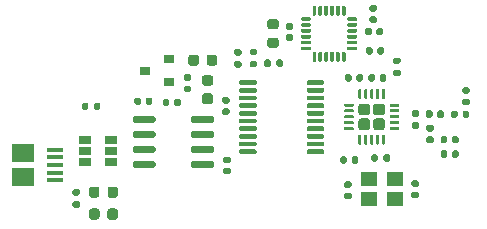
<source format=gbr>
%TF.GenerationSoftware,KiCad,Pcbnew,(5.1.10)-1*%
%TF.CreationDate,2021-07-16T14:20:34-05:00*%
%TF.ProjectId,transmisor,7472616e-736d-4697-936f-722e6b696361,rev?*%
%TF.SameCoordinates,Original*%
%TF.FileFunction,Paste,Top*%
%TF.FilePolarity,Positive*%
%FSLAX46Y46*%
G04 Gerber Fmt 4.6, Leading zero omitted, Abs format (unit mm)*
G04 Created by KiCad (PCBNEW (5.1.10)-1) date 2021-07-16 14:20:34*
%MOMM*%
%LPD*%
G01*
G04 APERTURE LIST*
%ADD10R,1.900000X1.500000*%
%ADD11R,1.350000X0.400000*%
%ADD12R,1.060000X0.650000*%
%ADD13R,0.900000X0.800000*%
%ADD14R,1.400000X1.200000*%
G04 APERTURE END LIST*
%TO.C,C21*%
G36*
G01*
X104503400Y-74977600D02*
X104843400Y-74977600D01*
G75*
G02*
X104983400Y-75117600I0J-140000D01*
G01*
X104983400Y-75397600D01*
G75*
G02*
X104843400Y-75537600I-140000J0D01*
G01*
X104503400Y-75537600D01*
G75*
G02*
X104363400Y-75397600I0J140000D01*
G01*
X104363400Y-75117600D01*
G75*
G02*
X104503400Y-74977600I140000J0D01*
G01*
G37*
G36*
G01*
X104503400Y-74017600D02*
X104843400Y-74017600D01*
G75*
G02*
X104983400Y-74157600I0J-140000D01*
G01*
X104983400Y-74437600D01*
G75*
G02*
X104843400Y-74577600I-140000J0D01*
G01*
X104503400Y-74577600D01*
G75*
G02*
X104363400Y-74437600I0J140000D01*
G01*
X104363400Y-74157600D01*
G75*
G02*
X104503400Y-74017600I140000J0D01*
G01*
G37*
%TD*%
%TO.C,D2*%
G36*
G01*
X108303350Y-63951700D02*
X108815850Y-63951700D01*
G75*
G02*
X109034600Y-64170450I0J-218750D01*
G01*
X109034600Y-64607950D01*
G75*
G02*
X108815850Y-64826700I-218750J0D01*
G01*
X108303350Y-64826700D01*
G75*
G02*
X108084600Y-64607950I0J218750D01*
G01*
X108084600Y-64170450D01*
G75*
G02*
X108303350Y-63951700I218750J0D01*
G01*
G37*
G36*
G01*
X108303350Y-62376700D02*
X108815850Y-62376700D01*
G75*
G02*
X109034600Y-62595450I0J-218750D01*
G01*
X109034600Y-63032950D01*
G75*
G02*
X108815850Y-63251700I-218750J0D01*
G01*
X108303350Y-63251700D01*
G75*
G02*
X108084600Y-63032950I0J218750D01*
G01*
X108084600Y-62595450D01*
G75*
G02*
X108303350Y-62376700I218750J0D01*
G01*
G37*
%TD*%
%TO.C,D1*%
G36*
G01*
X94558600Y-77294450D02*
X94558600Y-76781950D01*
G75*
G02*
X94777350Y-76563200I218750J0D01*
G01*
X95214850Y-76563200D01*
G75*
G02*
X95433600Y-76781950I0J-218750D01*
G01*
X95433600Y-77294450D01*
G75*
G02*
X95214850Y-77513200I-218750J0D01*
G01*
X94777350Y-77513200D01*
G75*
G02*
X94558600Y-77294450I0J218750D01*
G01*
G37*
G36*
G01*
X92983600Y-77294450D02*
X92983600Y-76781950D01*
G75*
G02*
X93202350Y-76563200I218750J0D01*
G01*
X93639850Y-76563200D01*
G75*
G02*
X93858600Y-76781950I0J-218750D01*
G01*
X93858600Y-77294450D01*
G75*
G02*
X93639850Y-77513200I-218750J0D01*
G01*
X93202350Y-77513200D01*
G75*
G02*
X92983600Y-77294450I0J218750D01*
G01*
G37*
%TD*%
%TO.C,U6*%
G36*
G01*
X111784400Y-64802000D02*
X111784400Y-64952000D01*
G75*
G02*
X111709400Y-65027000I-75000J0D01*
G01*
X111009400Y-65027000D01*
G75*
G02*
X110934400Y-64952000I0J75000D01*
G01*
X110934400Y-64802000D01*
G75*
G02*
X111009400Y-64727000I75000J0D01*
G01*
X111709400Y-64727000D01*
G75*
G02*
X111784400Y-64802000I0J-75000D01*
G01*
G37*
G36*
G01*
X111784400Y-64302000D02*
X111784400Y-64452000D01*
G75*
G02*
X111709400Y-64527000I-75000J0D01*
G01*
X111009400Y-64527000D01*
G75*
G02*
X110934400Y-64452000I0J75000D01*
G01*
X110934400Y-64302000D01*
G75*
G02*
X111009400Y-64227000I75000J0D01*
G01*
X111709400Y-64227000D01*
G75*
G02*
X111784400Y-64302000I0J-75000D01*
G01*
G37*
G36*
G01*
X111784400Y-63802000D02*
X111784400Y-63952000D01*
G75*
G02*
X111709400Y-64027000I-75000J0D01*
G01*
X111009400Y-64027000D01*
G75*
G02*
X110934400Y-63952000I0J75000D01*
G01*
X110934400Y-63802000D01*
G75*
G02*
X111009400Y-63727000I75000J0D01*
G01*
X111709400Y-63727000D01*
G75*
G02*
X111784400Y-63802000I0J-75000D01*
G01*
G37*
G36*
G01*
X111784400Y-63302000D02*
X111784400Y-63452000D01*
G75*
G02*
X111709400Y-63527000I-75000J0D01*
G01*
X111009400Y-63527000D01*
G75*
G02*
X110934400Y-63452000I0J75000D01*
G01*
X110934400Y-63302000D01*
G75*
G02*
X111009400Y-63227000I75000J0D01*
G01*
X111709400Y-63227000D01*
G75*
G02*
X111784400Y-63302000I0J-75000D01*
G01*
G37*
G36*
G01*
X111784400Y-62802000D02*
X111784400Y-62952000D01*
G75*
G02*
X111709400Y-63027000I-75000J0D01*
G01*
X111009400Y-63027000D01*
G75*
G02*
X110934400Y-62952000I0J75000D01*
G01*
X110934400Y-62802000D01*
G75*
G02*
X111009400Y-62727000I75000J0D01*
G01*
X111709400Y-62727000D01*
G75*
G02*
X111784400Y-62802000I0J-75000D01*
G01*
G37*
G36*
G01*
X111784400Y-62302000D02*
X111784400Y-62452000D01*
G75*
G02*
X111709400Y-62527000I-75000J0D01*
G01*
X111009400Y-62527000D01*
G75*
G02*
X110934400Y-62452000I0J75000D01*
G01*
X110934400Y-62302000D01*
G75*
G02*
X111009400Y-62227000I75000J0D01*
G01*
X111709400Y-62227000D01*
G75*
G02*
X111784400Y-62302000I0J-75000D01*
G01*
G37*
G36*
G01*
X112134400Y-62102000D02*
X111984400Y-62102000D01*
G75*
G02*
X111909400Y-62027000I0J75000D01*
G01*
X111909400Y-61327000D01*
G75*
G02*
X111984400Y-61252000I75000J0D01*
G01*
X112134400Y-61252000D01*
G75*
G02*
X112209400Y-61327000I0J-75000D01*
G01*
X112209400Y-62027000D01*
G75*
G02*
X112134400Y-62102000I-75000J0D01*
G01*
G37*
G36*
G01*
X112634400Y-62102000D02*
X112484400Y-62102000D01*
G75*
G02*
X112409400Y-62027000I0J75000D01*
G01*
X112409400Y-61327000D01*
G75*
G02*
X112484400Y-61252000I75000J0D01*
G01*
X112634400Y-61252000D01*
G75*
G02*
X112709400Y-61327000I0J-75000D01*
G01*
X112709400Y-62027000D01*
G75*
G02*
X112634400Y-62102000I-75000J0D01*
G01*
G37*
G36*
G01*
X113134400Y-62102000D02*
X112984400Y-62102000D01*
G75*
G02*
X112909400Y-62027000I0J75000D01*
G01*
X112909400Y-61327000D01*
G75*
G02*
X112984400Y-61252000I75000J0D01*
G01*
X113134400Y-61252000D01*
G75*
G02*
X113209400Y-61327000I0J-75000D01*
G01*
X113209400Y-62027000D01*
G75*
G02*
X113134400Y-62102000I-75000J0D01*
G01*
G37*
G36*
G01*
X113634400Y-62102000D02*
X113484400Y-62102000D01*
G75*
G02*
X113409400Y-62027000I0J75000D01*
G01*
X113409400Y-61327000D01*
G75*
G02*
X113484400Y-61252000I75000J0D01*
G01*
X113634400Y-61252000D01*
G75*
G02*
X113709400Y-61327000I0J-75000D01*
G01*
X113709400Y-62027000D01*
G75*
G02*
X113634400Y-62102000I-75000J0D01*
G01*
G37*
G36*
G01*
X114134400Y-62102000D02*
X113984400Y-62102000D01*
G75*
G02*
X113909400Y-62027000I0J75000D01*
G01*
X113909400Y-61327000D01*
G75*
G02*
X113984400Y-61252000I75000J0D01*
G01*
X114134400Y-61252000D01*
G75*
G02*
X114209400Y-61327000I0J-75000D01*
G01*
X114209400Y-62027000D01*
G75*
G02*
X114134400Y-62102000I-75000J0D01*
G01*
G37*
G36*
G01*
X114634400Y-62102000D02*
X114484400Y-62102000D01*
G75*
G02*
X114409400Y-62027000I0J75000D01*
G01*
X114409400Y-61327000D01*
G75*
G02*
X114484400Y-61252000I75000J0D01*
G01*
X114634400Y-61252000D01*
G75*
G02*
X114709400Y-61327000I0J-75000D01*
G01*
X114709400Y-62027000D01*
G75*
G02*
X114634400Y-62102000I-75000J0D01*
G01*
G37*
G36*
G01*
X115684400Y-62302000D02*
X115684400Y-62452000D01*
G75*
G02*
X115609400Y-62527000I-75000J0D01*
G01*
X114909400Y-62527000D01*
G75*
G02*
X114834400Y-62452000I0J75000D01*
G01*
X114834400Y-62302000D01*
G75*
G02*
X114909400Y-62227000I75000J0D01*
G01*
X115609400Y-62227000D01*
G75*
G02*
X115684400Y-62302000I0J-75000D01*
G01*
G37*
G36*
G01*
X115684400Y-62802000D02*
X115684400Y-62952000D01*
G75*
G02*
X115609400Y-63027000I-75000J0D01*
G01*
X114909400Y-63027000D01*
G75*
G02*
X114834400Y-62952000I0J75000D01*
G01*
X114834400Y-62802000D01*
G75*
G02*
X114909400Y-62727000I75000J0D01*
G01*
X115609400Y-62727000D01*
G75*
G02*
X115684400Y-62802000I0J-75000D01*
G01*
G37*
G36*
G01*
X115684400Y-63302000D02*
X115684400Y-63452000D01*
G75*
G02*
X115609400Y-63527000I-75000J0D01*
G01*
X114909400Y-63527000D01*
G75*
G02*
X114834400Y-63452000I0J75000D01*
G01*
X114834400Y-63302000D01*
G75*
G02*
X114909400Y-63227000I75000J0D01*
G01*
X115609400Y-63227000D01*
G75*
G02*
X115684400Y-63302000I0J-75000D01*
G01*
G37*
G36*
G01*
X115684400Y-63802000D02*
X115684400Y-63952000D01*
G75*
G02*
X115609400Y-64027000I-75000J0D01*
G01*
X114909400Y-64027000D01*
G75*
G02*
X114834400Y-63952000I0J75000D01*
G01*
X114834400Y-63802000D01*
G75*
G02*
X114909400Y-63727000I75000J0D01*
G01*
X115609400Y-63727000D01*
G75*
G02*
X115684400Y-63802000I0J-75000D01*
G01*
G37*
G36*
G01*
X115684400Y-64302000D02*
X115684400Y-64452000D01*
G75*
G02*
X115609400Y-64527000I-75000J0D01*
G01*
X114909400Y-64527000D01*
G75*
G02*
X114834400Y-64452000I0J75000D01*
G01*
X114834400Y-64302000D01*
G75*
G02*
X114909400Y-64227000I75000J0D01*
G01*
X115609400Y-64227000D01*
G75*
G02*
X115684400Y-64302000I0J-75000D01*
G01*
G37*
G36*
G01*
X115684400Y-64802000D02*
X115684400Y-64952000D01*
G75*
G02*
X115609400Y-65027000I-75000J0D01*
G01*
X114909400Y-65027000D01*
G75*
G02*
X114834400Y-64952000I0J75000D01*
G01*
X114834400Y-64802000D01*
G75*
G02*
X114909400Y-64727000I75000J0D01*
G01*
X115609400Y-64727000D01*
G75*
G02*
X115684400Y-64802000I0J-75000D01*
G01*
G37*
G36*
G01*
X114634400Y-66002000D02*
X114484400Y-66002000D01*
G75*
G02*
X114409400Y-65927000I0J75000D01*
G01*
X114409400Y-65227000D01*
G75*
G02*
X114484400Y-65152000I75000J0D01*
G01*
X114634400Y-65152000D01*
G75*
G02*
X114709400Y-65227000I0J-75000D01*
G01*
X114709400Y-65927000D01*
G75*
G02*
X114634400Y-66002000I-75000J0D01*
G01*
G37*
G36*
G01*
X114134400Y-66002000D02*
X113984400Y-66002000D01*
G75*
G02*
X113909400Y-65927000I0J75000D01*
G01*
X113909400Y-65227000D01*
G75*
G02*
X113984400Y-65152000I75000J0D01*
G01*
X114134400Y-65152000D01*
G75*
G02*
X114209400Y-65227000I0J-75000D01*
G01*
X114209400Y-65927000D01*
G75*
G02*
X114134400Y-66002000I-75000J0D01*
G01*
G37*
G36*
G01*
X113634400Y-66002000D02*
X113484400Y-66002000D01*
G75*
G02*
X113409400Y-65927000I0J75000D01*
G01*
X113409400Y-65227000D01*
G75*
G02*
X113484400Y-65152000I75000J0D01*
G01*
X113634400Y-65152000D01*
G75*
G02*
X113709400Y-65227000I0J-75000D01*
G01*
X113709400Y-65927000D01*
G75*
G02*
X113634400Y-66002000I-75000J0D01*
G01*
G37*
G36*
G01*
X113134400Y-66002000D02*
X112984400Y-66002000D01*
G75*
G02*
X112909400Y-65927000I0J75000D01*
G01*
X112909400Y-65227000D01*
G75*
G02*
X112984400Y-65152000I75000J0D01*
G01*
X113134400Y-65152000D01*
G75*
G02*
X113209400Y-65227000I0J-75000D01*
G01*
X113209400Y-65927000D01*
G75*
G02*
X113134400Y-66002000I-75000J0D01*
G01*
G37*
G36*
G01*
X112634400Y-66002000D02*
X112484400Y-66002000D01*
G75*
G02*
X112409400Y-65927000I0J75000D01*
G01*
X112409400Y-65227000D01*
G75*
G02*
X112484400Y-65152000I75000J0D01*
G01*
X112634400Y-65152000D01*
G75*
G02*
X112709400Y-65227000I0J-75000D01*
G01*
X112709400Y-65927000D01*
G75*
G02*
X112634400Y-66002000I-75000J0D01*
G01*
G37*
G36*
G01*
X112134400Y-66002000D02*
X111984400Y-66002000D01*
G75*
G02*
X111909400Y-65927000I0J75000D01*
G01*
X111909400Y-65227000D01*
G75*
G02*
X111984400Y-65152000I75000J0D01*
G01*
X112134400Y-65152000D01*
G75*
G02*
X112209400Y-65227000I0J-75000D01*
G01*
X112209400Y-65927000D01*
G75*
G02*
X112134400Y-66002000I-75000J0D01*
G01*
G37*
%TD*%
%TO.C,C20*%
G36*
G01*
X109786600Y-63674600D02*
X110126600Y-63674600D01*
G75*
G02*
X110266600Y-63814600I0J-140000D01*
G01*
X110266600Y-64094600D01*
G75*
G02*
X110126600Y-64234600I-140000J0D01*
G01*
X109786600Y-64234600D01*
G75*
G02*
X109646600Y-64094600I0J140000D01*
G01*
X109646600Y-63814600D01*
G75*
G02*
X109786600Y-63674600I140000J0D01*
G01*
G37*
G36*
G01*
X109786600Y-62714600D02*
X110126600Y-62714600D01*
G75*
G02*
X110266600Y-62854600I0J-140000D01*
G01*
X110266600Y-63134600D01*
G75*
G02*
X110126600Y-63274600I-140000J0D01*
G01*
X109786600Y-63274600D01*
G75*
G02*
X109646600Y-63134600I0J140000D01*
G01*
X109646600Y-62854600D01*
G75*
G02*
X109786600Y-62714600I140000J0D01*
G01*
G37*
%TD*%
%TO.C,C19*%
G36*
G01*
X117319400Y-63619200D02*
X117319400Y-63279200D01*
G75*
G02*
X117459400Y-63139200I140000J0D01*
G01*
X117739400Y-63139200D01*
G75*
G02*
X117879400Y-63279200I0J-140000D01*
G01*
X117879400Y-63619200D01*
G75*
G02*
X117739400Y-63759200I-140000J0D01*
G01*
X117459400Y-63759200D01*
G75*
G02*
X117319400Y-63619200I0J140000D01*
G01*
G37*
G36*
G01*
X116359400Y-63619200D02*
X116359400Y-63279200D01*
G75*
G02*
X116499400Y-63139200I140000J0D01*
G01*
X116779400Y-63139200D01*
G75*
G02*
X116919400Y-63279200I0J-140000D01*
G01*
X116919400Y-63619200D01*
G75*
G02*
X116779400Y-63759200I-140000J0D01*
G01*
X116499400Y-63759200D01*
G75*
G02*
X116359400Y-63619200I0J140000D01*
G01*
G37*
%TD*%
%TO.C,C18*%
G36*
G01*
X116873200Y-62150600D02*
X117213200Y-62150600D01*
G75*
G02*
X117353200Y-62290600I0J-140000D01*
G01*
X117353200Y-62570600D01*
G75*
G02*
X117213200Y-62710600I-140000J0D01*
G01*
X116873200Y-62710600D01*
G75*
G02*
X116733200Y-62570600I0J140000D01*
G01*
X116733200Y-62290600D01*
G75*
G02*
X116873200Y-62150600I140000J0D01*
G01*
G37*
G36*
G01*
X116873200Y-61190600D02*
X117213200Y-61190600D01*
G75*
G02*
X117353200Y-61330600I0J-140000D01*
G01*
X117353200Y-61610600D01*
G75*
G02*
X117213200Y-61750600I-140000J0D01*
G01*
X116873200Y-61750600D01*
G75*
G02*
X116733200Y-61610600I0J140000D01*
G01*
X116733200Y-61330600D01*
G75*
G02*
X116873200Y-61190600I140000J0D01*
G01*
G37*
%TD*%
%TO.C,C17*%
G36*
G01*
X117395600Y-65244800D02*
X117395600Y-64904800D01*
G75*
G02*
X117535600Y-64764800I140000J0D01*
G01*
X117815600Y-64764800D01*
G75*
G02*
X117955600Y-64904800I0J-140000D01*
G01*
X117955600Y-65244800D01*
G75*
G02*
X117815600Y-65384800I-140000J0D01*
G01*
X117535600Y-65384800D01*
G75*
G02*
X117395600Y-65244800I0J140000D01*
G01*
G37*
G36*
G01*
X116435600Y-65244800D02*
X116435600Y-64904800D01*
G75*
G02*
X116575600Y-64764800I140000J0D01*
G01*
X116855600Y-64764800D01*
G75*
G02*
X116995600Y-64904800I0J-140000D01*
G01*
X116995600Y-65244800D01*
G75*
G02*
X116855600Y-65384800I-140000J0D01*
G01*
X116575600Y-65384800D01*
G75*
G02*
X116435600Y-65244800I0J140000D01*
G01*
G37*
%TD*%
%TO.C,R8*%
G36*
G01*
X106723600Y-65924400D02*
X107093600Y-65924400D01*
G75*
G02*
X107228600Y-66059400I0J-135000D01*
G01*
X107228600Y-66329400D01*
G75*
G02*
X107093600Y-66464400I-135000J0D01*
G01*
X106723600Y-66464400D01*
G75*
G02*
X106588600Y-66329400I0J135000D01*
G01*
X106588600Y-66059400D01*
G75*
G02*
X106723600Y-65924400I135000J0D01*
G01*
G37*
G36*
G01*
X106723600Y-64904400D02*
X107093600Y-64904400D01*
G75*
G02*
X107228600Y-65039400I0J-135000D01*
G01*
X107228600Y-65309400D01*
G75*
G02*
X107093600Y-65444400I-135000J0D01*
G01*
X106723600Y-65444400D01*
G75*
G02*
X106588600Y-65309400I0J135000D01*
G01*
X106588600Y-65039400D01*
G75*
G02*
X106723600Y-64904400I135000J0D01*
G01*
G37*
%TD*%
%TO.C,R7*%
G36*
G01*
X105772800Y-65469800D02*
X105402800Y-65469800D01*
G75*
G02*
X105267800Y-65334800I0J135000D01*
G01*
X105267800Y-65064800D01*
G75*
G02*
X105402800Y-64929800I135000J0D01*
G01*
X105772800Y-64929800D01*
G75*
G02*
X105907800Y-65064800I0J-135000D01*
G01*
X105907800Y-65334800D01*
G75*
G02*
X105772800Y-65469800I-135000J0D01*
G01*
G37*
G36*
G01*
X105772800Y-66489800D02*
X105402800Y-66489800D01*
G75*
G02*
X105267800Y-66354800I0J135000D01*
G01*
X105267800Y-66084800D01*
G75*
G02*
X105402800Y-65949800I135000J0D01*
G01*
X105772800Y-65949800D01*
G75*
G02*
X105907800Y-66084800I0J-135000D01*
G01*
X105907800Y-66354800D01*
G75*
G02*
X105772800Y-66489800I-135000J0D01*
G01*
G37*
%TD*%
D10*
%TO.C,J1*%
X87383100Y-73726800D03*
D11*
X90083100Y-74726800D03*
X90083100Y-75376800D03*
X90083100Y-76026800D03*
X90083100Y-73426800D03*
X90083100Y-74076800D03*
D10*
X87383100Y-75726800D03*
%TD*%
D12*
%TO.C,U5*%
X94851400Y-73533000D03*
X94851400Y-72583000D03*
X94851400Y-74483000D03*
X92651400Y-74483000D03*
X92651400Y-73533000D03*
X92651400Y-72583000D03*
%TD*%
%TO.C,R6*%
G36*
G01*
X93407200Y-69958800D02*
X93407200Y-69588800D01*
G75*
G02*
X93542200Y-69453800I135000J0D01*
G01*
X93812200Y-69453800D01*
G75*
G02*
X93947200Y-69588800I0J-135000D01*
G01*
X93947200Y-69958800D01*
G75*
G02*
X93812200Y-70093800I-135000J0D01*
G01*
X93542200Y-70093800D01*
G75*
G02*
X93407200Y-69958800I0J135000D01*
G01*
G37*
G36*
G01*
X92387200Y-69958800D02*
X92387200Y-69588800D01*
G75*
G02*
X92522200Y-69453800I135000J0D01*
G01*
X92792200Y-69453800D01*
G75*
G02*
X92927200Y-69588800I0J-135000D01*
G01*
X92927200Y-69958800D01*
G75*
G02*
X92792200Y-70093800I-135000J0D01*
G01*
X92522200Y-70093800D01*
G75*
G02*
X92387200Y-69958800I0J135000D01*
G01*
G37*
%TD*%
%TO.C,C1*%
G36*
G01*
X117598800Y-67530800D02*
X117598800Y-67190800D01*
G75*
G02*
X117738800Y-67050800I140000J0D01*
G01*
X118018800Y-67050800D01*
G75*
G02*
X118158800Y-67190800I0J-140000D01*
G01*
X118158800Y-67530800D01*
G75*
G02*
X118018800Y-67670800I-140000J0D01*
G01*
X117738800Y-67670800D01*
G75*
G02*
X117598800Y-67530800I0J140000D01*
G01*
G37*
G36*
G01*
X116638800Y-67530800D02*
X116638800Y-67190800D01*
G75*
G02*
X116778800Y-67050800I140000J0D01*
G01*
X117058800Y-67050800D01*
G75*
G02*
X117198800Y-67190800I0J-140000D01*
G01*
X117198800Y-67530800D01*
G75*
G02*
X117058800Y-67670800I-140000J0D01*
G01*
X116778800Y-67670800D01*
G75*
G02*
X116638800Y-67530800I0J140000D01*
G01*
G37*
%TD*%
%TO.C,C2*%
G36*
G01*
X114251200Y-74490400D02*
X114251200Y-74150400D01*
G75*
G02*
X114391200Y-74010400I140000J0D01*
G01*
X114671200Y-74010400D01*
G75*
G02*
X114811200Y-74150400I0J-140000D01*
G01*
X114811200Y-74490400D01*
G75*
G02*
X114671200Y-74630400I-140000J0D01*
G01*
X114391200Y-74630400D01*
G75*
G02*
X114251200Y-74490400I0J140000D01*
G01*
G37*
G36*
G01*
X115211200Y-74490400D02*
X115211200Y-74150400D01*
G75*
G02*
X115351200Y-74010400I140000J0D01*
G01*
X115631200Y-74010400D01*
G75*
G02*
X115771200Y-74150400I0J-140000D01*
G01*
X115771200Y-74490400D01*
G75*
G02*
X115631200Y-74630400I-140000J0D01*
G01*
X115351200Y-74630400D01*
G75*
G02*
X115211200Y-74490400I0J140000D01*
G01*
G37*
%TD*%
%TO.C,C3*%
G36*
G01*
X116180200Y-67190800D02*
X116180200Y-67530800D01*
G75*
G02*
X116040200Y-67670800I-140000J0D01*
G01*
X115760200Y-67670800D01*
G75*
G02*
X115620200Y-67530800I0J140000D01*
G01*
X115620200Y-67190800D01*
G75*
G02*
X115760200Y-67050800I140000J0D01*
G01*
X116040200Y-67050800D01*
G75*
G02*
X116180200Y-67190800I0J-140000D01*
G01*
G37*
G36*
G01*
X115220200Y-67190800D02*
X115220200Y-67530800D01*
G75*
G02*
X115080200Y-67670800I-140000J0D01*
G01*
X114800200Y-67670800D01*
G75*
G02*
X114660200Y-67530800I0J140000D01*
G01*
X114660200Y-67190800D01*
G75*
G02*
X114800200Y-67050800I140000J0D01*
G01*
X115080200Y-67050800D01*
G75*
G02*
X115220200Y-67190800I0J-140000D01*
G01*
G37*
%TD*%
%TO.C,C4*%
G36*
G01*
X115079600Y-77645800D02*
X114739600Y-77645800D01*
G75*
G02*
X114599600Y-77505800I0J140000D01*
G01*
X114599600Y-77225800D01*
G75*
G02*
X114739600Y-77085800I140000J0D01*
G01*
X115079600Y-77085800D01*
G75*
G02*
X115219600Y-77225800I0J-140000D01*
G01*
X115219600Y-77505800D01*
G75*
G02*
X115079600Y-77645800I-140000J0D01*
G01*
G37*
G36*
G01*
X115079600Y-76685800D02*
X114739600Y-76685800D01*
G75*
G02*
X114599600Y-76545800I0J140000D01*
G01*
X114599600Y-76265800D01*
G75*
G02*
X114739600Y-76125800I140000J0D01*
G01*
X115079600Y-76125800D01*
G75*
G02*
X115219600Y-76265800I0J-140000D01*
G01*
X115219600Y-76545800D01*
G75*
G02*
X115079600Y-76685800I-140000J0D01*
G01*
G37*
%TD*%
%TO.C,C5*%
G36*
G01*
X122760200Y-72763200D02*
X122760200Y-72423200D01*
G75*
G02*
X122900200Y-72283200I140000J0D01*
G01*
X123180200Y-72283200D01*
G75*
G02*
X123320200Y-72423200I0J-140000D01*
G01*
X123320200Y-72763200D01*
G75*
G02*
X123180200Y-72903200I-140000J0D01*
G01*
X122900200Y-72903200D01*
G75*
G02*
X122760200Y-72763200I0J140000D01*
G01*
G37*
G36*
G01*
X123720200Y-72763200D02*
X123720200Y-72423200D01*
G75*
G02*
X123860200Y-72283200I140000J0D01*
G01*
X124140200Y-72283200D01*
G75*
G02*
X124280200Y-72423200I0J-140000D01*
G01*
X124280200Y-72763200D01*
G75*
G02*
X124140200Y-72903200I-140000J0D01*
G01*
X123860200Y-72903200D01*
G75*
G02*
X123720200Y-72763200I0J140000D01*
G01*
G37*
%TD*%
%TO.C,C6*%
G36*
G01*
X120429200Y-77007000D02*
X120769200Y-77007000D01*
G75*
G02*
X120909200Y-77147000I0J-140000D01*
G01*
X120909200Y-77427000D01*
G75*
G02*
X120769200Y-77567000I-140000J0D01*
G01*
X120429200Y-77567000D01*
G75*
G02*
X120289200Y-77427000I0J140000D01*
G01*
X120289200Y-77147000D01*
G75*
G02*
X120429200Y-77007000I140000J0D01*
G01*
G37*
G36*
G01*
X120429200Y-76047000D02*
X120769200Y-76047000D01*
G75*
G02*
X120909200Y-76187000I0J-140000D01*
G01*
X120909200Y-76467000D01*
G75*
G02*
X120769200Y-76607000I-140000J0D01*
G01*
X120429200Y-76607000D01*
G75*
G02*
X120289200Y-76467000I0J140000D01*
G01*
X120289200Y-76187000D01*
G75*
G02*
X120429200Y-76047000I140000J0D01*
G01*
G37*
%TD*%
%TO.C,C7*%
G36*
G01*
X123720200Y-73982400D02*
X123720200Y-73642400D01*
G75*
G02*
X123860200Y-73502400I140000J0D01*
G01*
X124140200Y-73502400D01*
G75*
G02*
X124280200Y-73642400I0J-140000D01*
G01*
X124280200Y-73982400D01*
G75*
G02*
X124140200Y-74122400I-140000J0D01*
G01*
X123860200Y-74122400D01*
G75*
G02*
X123720200Y-73982400I0J140000D01*
G01*
G37*
G36*
G01*
X122760200Y-73982400D02*
X122760200Y-73642400D01*
G75*
G02*
X122900200Y-73502400I140000J0D01*
G01*
X123180200Y-73502400D01*
G75*
G02*
X123320200Y-73642400I0J-140000D01*
G01*
X123320200Y-73982400D01*
G75*
G02*
X123180200Y-74122400I-140000J0D01*
G01*
X122900200Y-74122400D01*
G75*
G02*
X122760200Y-73982400I0J140000D01*
G01*
G37*
%TD*%
%TO.C,C8*%
G36*
G01*
X125169200Y-70264200D02*
X125169200Y-70604200D01*
G75*
G02*
X125029200Y-70744200I-140000J0D01*
G01*
X124749200Y-70744200D01*
G75*
G02*
X124609200Y-70604200I0J140000D01*
G01*
X124609200Y-70264200D01*
G75*
G02*
X124749200Y-70124200I140000J0D01*
G01*
X125029200Y-70124200D01*
G75*
G02*
X125169200Y-70264200I0J-140000D01*
G01*
G37*
G36*
G01*
X124209200Y-70264200D02*
X124209200Y-70604200D01*
G75*
G02*
X124069200Y-70744200I-140000J0D01*
G01*
X123789200Y-70744200D01*
G75*
G02*
X123649200Y-70604200I0J140000D01*
G01*
X123649200Y-70264200D01*
G75*
G02*
X123789200Y-70124200I140000J0D01*
G01*
X124069200Y-70124200D01*
G75*
G02*
X124209200Y-70264200I0J-140000D01*
G01*
G37*
%TD*%
%TO.C,C9*%
G36*
G01*
X125061800Y-68710200D02*
X124721800Y-68710200D01*
G75*
G02*
X124581800Y-68570200I0J140000D01*
G01*
X124581800Y-68290200D01*
G75*
G02*
X124721800Y-68150200I140000J0D01*
G01*
X125061800Y-68150200D01*
G75*
G02*
X125201800Y-68290200I0J-140000D01*
G01*
X125201800Y-68570200D01*
G75*
G02*
X125061800Y-68710200I-140000J0D01*
G01*
G37*
G36*
G01*
X125061800Y-69670200D02*
X124721800Y-69670200D01*
G75*
G02*
X124581800Y-69530200I0J140000D01*
G01*
X124581800Y-69250200D01*
G75*
G02*
X124721800Y-69110200I140000J0D01*
G01*
X125061800Y-69110200D01*
G75*
G02*
X125201800Y-69250200I0J-140000D01*
G01*
X125201800Y-69530200D01*
G75*
G02*
X125061800Y-69670200I-140000J0D01*
G01*
G37*
%TD*%
%TO.C,C10*%
G36*
G01*
X95433600Y-78642400D02*
X95433600Y-79142400D01*
G75*
G02*
X95208600Y-79367400I-225000J0D01*
G01*
X94758600Y-79367400D01*
G75*
G02*
X94533600Y-79142400I0J225000D01*
G01*
X94533600Y-78642400D01*
G75*
G02*
X94758600Y-78417400I225000J0D01*
G01*
X95208600Y-78417400D01*
G75*
G02*
X95433600Y-78642400I0J-225000D01*
G01*
G37*
G36*
G01*
X93883600Y-78642400D02*
X93883600Y-79142400D01*
G75*
G02*
X93658600Y-79367400I-225000J0D01*
G01*
X93208600Y-79367400D01*
G75*
G02*
X92983600Y-79142400I0J225000D01*
G01*
X92983600Y-78642400D01*
G75*
G02*
X93208600Y-78417400I225000J0D01*
G01*
X93658600Y-78417400D01*
G75*
G02*
X93883600Y-78642400I0J-225000D01*
G01*
G37*
%TD*%
%TO.C,C11*%
G36*
G01*
X100757200Y-69273600D02*
X100757200Y-69613600D01*
G75*
G02*
X100617200Y-69753600I-140000J0D01*
G01*
X100337200Y-69753600D01*
G75*
G02*
X100197200Y-69613600I0J140000D01*
G01*
X100197200Y-69273600D01*
G75*
G02*
X100337200Y-69133600I140000J0D01*
G01*
X100617200Y-69133600D01*
G75*
G02*
X100757200Y-69273600I0J-140000D01*
G01*
G37*
G36*
G01*
X99797200Y-69273600D02*
X99797200Y-69613600D01*
G75*
G02*
X99657200Y-69753600I-140000J0D01*
G01*
X99377200Y-69753600D01*
G75*
G02*
X99237200Y-69613600I0J140000D01*
G01*
X99237200Y-69273600D01*
G75*
G02*
X99377200Y-69133600I140000J0D01*
G01*
X99657200Y-69133600D01*
G75*
G02*
X99797200Y-69273600I0J-140000D01*
G01*
G37*
%TD*%
%TO.C,C12*%
G36*
G01*
X97786800Y-69512000D02*
X97786800Y-69172000D01*
G75*
G02*
X97926800Y-69032000I140000J0D01*
G01*
X98206800Y-69032000D01*
G75*
G02*
X98346800Y-69172000I0J-140000D01*
G01*
X98346800Y-69512000D01*
G75*
G02*
X98206800Y-69652000I-140000J0D01*
G01*
X97926800Y-69652000D01*
G75*
G02*
X97786800Y-69512000I0J140000D01*
G01*
G37*
G36*
G01*
X96826800Y-69512000D02*
X96826800Y-69172000D01*
G75*
G02*
X96966800Y-69032000I140000J0D01*
G01*
X97246800Y-69032000D01*
G75*
G02*
X97386800Y-69172000I0J-140000D01*
G01*
X97386800Y-69512000D01*
G75*
G02*
X97246800Y-69652000I-140000J0D01*
G01*
X96966800Y-69652000D01*
G75*
G02*
X96826800Y-69512000I0J140000D01*
G01*
G37*
%TD*%
%TO.C,C13*%
G36*
G01*
X102772400Y-68676400D02*
X103272400Y-68676400D01*
G75*
G02*
X103497400Y-68901400I0J-225000D01*
G01*
X103497400Y-69351400D01*
G75*
G02*
X103272400Y-69576400I-225000J0D01*
G01*
X102772400Y-69576400D01*
G75*
G02*
X102547400Y-69351400I0J225000D01*
G01*
X102547400Y-68901400D01*
G75*
G02*
X102772400Y-68676400I225000J0D01*
G01*
G37*
G36*
G01*
X102772400Y-67126400D02*
X103272400Y-67126400D01*
G75*
G02*
X103497400Y-67351400I0J-225000D01*
G01*
X103497400Y-67801400D01*
G75*
G02*
X103272400Y-68026400I-225000J0D01*
G01*
X102772400Y-68026400D01*
G75*
G02*
X102547400Y-67801400I0J225000D01*
G01*
X102547400Y-67351400D01*
G75*
G02*
X102772400Y-67126400I225000J0D01*
G01*
G37*
%TD*%
%TO.C,C14*%
G36*
G01*
X104401800Y-69948400D02*
X104741800Y-69948400D01*
G75*
G02*
X104881800Y-70088400I0J-140000D01*
G01*
X104881800Y-70368400D01*
G75*
G02*
X104741800Y-70508400I-140000J0D01*
G01*
X104401800Y-70508400D01*
G75*
G02*
X104261800Y-70368400I0J140000D01*
G01*
X104261800Y-70088400D01*
G75*
G02*
X104401800Y-69948400I140000J0D01*
G01*
G37*
G36*
G01*
X104401800Y-68988400D02*
X104741800Y-68988400D01*
G75*
G02*
X104881800Y-69128400I0J-140000D01*
G01*
X104881800Y-69408400D01*
G75*
G02*
X104741800Y-69548400I-140000J0D01*
G01*
X104401800Y-69548400D01*
G75*
G02*
X104261800Y-69408400I0J140000D01*
G01*
X104261800Y-69128400D01*
G75*
G02*
X104401800Y-68988400I140000J0D01*
G01*
G37*
%TD*%
%TO.C,C15*%
G36*
G01*
X101391000Y-66112200D02*
X101391000Y-65612200D01*
G75*
G02*
X101616000Y-65387200I225000J0D01*
G01*
X102066000Y-65387200D01*
G75*
G02*
X102291000Y-65612200I0J-225000D01*
G01*
X102291000Y-66112200D01*
G75*
G02*
X102066000Y-66337200I-225000J0D01*
G01*
X101616000Y-66337200D01*
G75*
G02*
X101391000Y-66112200I0J225000D01*
G01*
G37*
G36*
G01*
X102941000Y-66112200D02*
X102941000Y-65612200D01*
G75*
G02*
X103166000Y-65387200I225000J0D01*
G01*
X103616000Y-65387200D01*
G75*
G02*
X103841000Y-65612200I0J-225000D01*
G01*
X103841000Y-66112200D01*
G75*
G02*
X103616000Y-66337200I-225000J0D01*
G01*
X103166000Y-66337200D01*
G75*
G02*
X102941000Y-66112200I0J225000D01*
G01*
G37*
%TD*%
%TO.C,C16*%
G36*
G01*
X101150600Y-67058000D02*
X101490600Y-67058000D01*
G75*
G02*
X101630600Y-67198000I0J-140000D01*
G01*
X101630600Y-67478000D01*
G75*
G02*
X101490600Y-67618000I-140000J0D01*
G01*
X101150600Y-67618000D01*
G75*
G02*
X101010600Y-67478000I0J140000D01*
G01*
X101010600Y-67198000D01*
G75*
G02*
X101150600Y-67058000I140000J0D01*
G01*
G37*
G36*
G01*
X101150600Y-68018000D02*
X101490600Y-68018000D01*
G75*
G02*
X101630600Y-68158000I0J-140000D01*
G01*
X101630600Y-68438000D01*
G75*
G02*
X101490600Y-68578000I-140000J0D01*
G01*
X101150600Y-68578000D01*
G75*
G02*
X101010600Y-68438000I0J140000D01*
G01*
X101010600Y-68158000D01*
G75*
G02*
X101150600Y-68018000I140000J0D01*
G01*
G37*
%TD*%
%TO.C,L1*%
G36*
G01*
X120797100Y-71671400D02*
X120452100Y-71671400D01*
G75*
G02*
X120304600Y-71523900I0J147500D01*
G01*
X120304600Y-71228900D01*
G75*
G02*
X120452100Y-71081400I147500J0D01*
G01*
X120797100Y-71081400D01*
G75*
G02*
X120944600Y-71228900I0J-147500D01*
G01*
X120944600Y-71523900D01*
G75*
G02*
X120797100Y-71671400I-147500J0D01*
G01*
G37*
G36*
G01*
X120797100Y-70701400D02*
X120452100Y-70701400D01*
G75*
G02*
X120304600Y-70553900I0J147500D01*
G01*
X120304600Y-70258900D01*
G75*
G02*
X120452100Y-70111400I147500J0D01*
G01*
X120797100Y-70111400D01*
G75*
G02*
X120944600Y-70258900I0J-147500D01*
G01*
X120944600Y-70553900D01*
G75*
G02*
X120797100Y-70701400I-147500J0D01*
G01*
G37*
%TD*%
%TO.C,L2*%
G36*
G01*
X123053200Y-70261700D02*
X123053200Y-70606700D01*
G75*
G02*
X122905700Y-70754200I-147500J0D01*
G01*
X122610700Y-70754200D01*
G75*
G02*
X122463200Y-70606700I0J147500D01*
G01*
X122463200Y-70261700D01*
G75*
G02*
X122610700Y-70114200I147500J0D01*
G01*
X122905700Y-70114200D01*
G75*
G02*
X123053200Y-70261700I0J-147500D01*
G01*
G37*
G36*
G01*
X122083200Y-70261700D02*
X122083200Y-70606700D01*
G75*
G02*
X121935700Y-70754200I-147500J0D01*
G01*
X121640700Y-70754200D01*
G75*
G02*
X121493200Y-70606700I0J147500D01*
G01*
X121493200Y-70261700D01*
G75*
G02*
X121640700Y-70114200I147500J0D01*
G01*
X121935700Y-70114200D01*
G75*
G02*
X122083200Y-70261700I0J-147500D01*
G01*
G37*
%TD*%
%TO.C,L3*%
G36*
G01*
X122016300Y-71920600D02*
X121671300Y-71920600D01*
G75*
G02*
X121523800Y-71773100I0J147500D01*
G01*
X121523800Y-71478100D01*
G75*
G02*
X121671300Y-71330600I147500J0D01*
G01*
X122016300Y-71330600D01*
G75*
G02*
X122163800Y-71478100I0J-147500D01*
G01*
X122163800Y-71773100D01*
G75*
G02*
X122016300Y-71920600I-147500J0D01*
G01*
G37*
G36*
G01*
X122016300Y-72890600D02*
X121671300Y-72890600D01*
G75*
G02*
X121523800Y-72743100I0J147500D01*
G01*
X121523800Y-72448100D01*
G75*
G02*
X121671300Y-72300600I147500J0D01*
G01*
X122016300Y-72300600D01*
G75*
G02*
X122163800Y-72448100I0J-147500D01*
G01*
X122163800Y-72743100D01*
G75*
G02*
X122016300Y-72890600I-147500J0D01*
G01*
G37*
%TD*%
%TO.C,R1*%
G36*
G01*
X119234800Y-67201000D02*
X118864800Y-67201000D01*
G75*
G02*
X118729800Y-67066000I0J135000D01*
G01*
X118729800Y-66796000D01*
G75*
G02*
X118864800Y-66661000I135000J0D01*
G01*
X119234800Y-66661000D01*
G75*
G02*
X119369800Y-66796000I0J-135000D01*
G01*
X119369800Y-67066000D01*
G75*
G02*
X119234800Y-67201000I-135000J0D01*
G01*
G37*
G36*
G01*
X119234800Y-66181000D02*
X118864800Y-66181000D01*
G75*
G02*
X118729800Y-66046000I0J135000D01*
G01*
X118729800Y-65776000D01*
G75*
G02*
X118864800Y-65641000I135000J0D01*
G01*
X119234800Y-65641000D01*
G75*
G02*
X119369800Y-65776000I0J-135000D01*
G01*
X119369800Y-66046000D01*
G75*
G02*
X119234800Y-66181000I-135000J0D01*
G01*
G37*
%TD*%
%TO.C,R2*%
G36*
G01*
X117436200Y-73957600D02*
X117436200Y-74327600D01*
G75*
G02*
X117301200Y-74462600I-135000J0D01*
G01*
X117031200Y-74462600D01*
G75*
G02*
X116896200Y-74327600I0J135000D01*
G01*
X116896200Y-73957600D01*
G75*
G02*
X117031200Y-73822600I135000J0D01*
G01*
X117301200Y-73822600D01*
G75*
G02*
X117436200Y-73957600I0J-135000D01*
G01*
G37*
G36*
G01*
X118456200Y-73957600D02*
X118456200Y-74327600D01*
G75*
G02*
X118321200Y-74462600I-135000J0D01*
G01*
X118051200Y-74462600D01*
G75*
G02*
X117916200Y-74327600I0J135000D01*
G01*
X117916200Y-73957600D01*
G75*
G02*
X118051200Y-73822600I135000J0D01*
G01*
X118321200Y-73822600D01*
G75*
G02*
X118456200Y-73957600I0J-135000D01*
G01*
G37*
%TD*%
%TO.C,R3*%
G36*
G01*
X91712200Y-77811600D02*
X92082200Y-77811600D01*
G75*
G02*
X92217200Y-77946600I0J-135000D01*
G01*
X92217200Y-78216600D01*
G75*
G02*
X92082200Y-78351600I-135000J0D01*
G01*
X91712200Y-78351600D01*
G75*
G02*
X91577200Y-78216600I0J135000D01*
G01*
X91577200Y-77946600D01*
G75*
G02*
X91712200Y-77811600I135000J0D01*
G01*
G37*
G36*
G01*
X91712200Y-76791600D02*
X92082200Y-76791600D01*
G75*
G02*
X92217200Y-76926600I0J-135000D01*
G01*
X92217200Y-77196600D01*
G75*
G02*
X92082200Y-77331600I-135000J0D01*
G01*
X91712200Y-77331600D01*
G75*
G02*
X91577200Y-77196600I0J135000D01*
G01*
X91577200Y-76926600D01*
G75*
G02*
X91712200Y-76791600I135000J0D01*
G01*
G37*
%TD*%
%TO.C,R4*%
G36*
G01*
X107830400Y-66301200D02*
X107830400Y-65931200D01*
G75*
G02*
X107965400Y-65796200I135000J0D01*
G01*
X108235400Y-65796200D01*
G75*
G02*
X108370400Y-65931200I0J-135000D01*
G01*
X108370400Y-66301200D01*
G75*
G02*
X108235400Y-66436200I-135000J0D01*
G01*
X107965400Y-66436200D01*
G75*
G02*
X107830400Y-66301200I0J135000D01*
G01*
G37*
G36*
G01*
X108850400Y-66301200D02*
X108850400Y-65931200D01*
G75*
G02*
X108985400Y-65796200I135000J0D01*
G01*
X109255400Y-65796200D01*
G75*
G02*
X109390400Y-65931200I0J-135000D01*
G01*
X109390400Y-66301200D01*
G75*
G02*
X109255400Y-66436200I-135000J0D01*
G01*
X108985400Y-66436200D01*
G75*
G02*
X108850400Y-66301200I0J135000D01*
G01*
G37*
%TD*%
%TO.C,U1*%
G36*
G01*
X114566200Y-69725300D02*
X114566200Y-69600300D01*
G75*
G02*
X114628700Y-69537800I62500J0D01*
G01*
X115328700Y-69537800D01*
G75*
G02*
X115391200Y-69600300I0J-62500D01*
G01*
X115391200Y-69725300D01*
G75*
G02*
X115328700Y-69787800I-62500J0D01*
G01*
X114628700Y-69787800D01*
G75*
G02*
X114566200Y-69725300I0J62500D01*
G01*
G37*
G36*
G01*
X114566200Y-70225300D02*
X114566200Y-70100300D01*
G75*
G02*
X114628700Y-70037800I62500J0D01*
G01*
X115328700Y-70037800D01*
G75*
G02*
X115391200Y-70100300I0J-62500D01*
G01*
X115391200Y-70225300D01*
G75*
G02*
X115328700Y-70287800I-62500J0D01*
G01*
X114628700Y-70287800D01*
G75*
G02*
X114566200Y-70225300I0J62500D01*
G01*
G37*
G36*
G01*
X114566200Y-70725300D02*
X114566200Y-70600300D01*
G75*
G02*
X114628700Y-70537800I62500J0D01*
G01*
X115328700Y-70537800D01*
G75*
G02*
X115391200Y-70600300I0J-62500D01*
G01*
X115391200Y-70725300D01*
G75*
G02*
X115328700Y-70787800I-62500J0D01*
G01*
X114628700Y-70787800D01*
G75*
G02*
X114566200Y-70725300I0J62500D01*
G01*
G37*
G36*
G01*
X114566200Y-71225300D02*
X114566200Y-71100300D01*
G75*
G02*
X114628700Y-71037800I62500J0D01*
G01*
X115328700Y-71037800D01*
G75*
G02*
X115391200Y-71100300I0J-62500D01*
G01*
X115391200Y-71225300D01*
G75*
G02*
X115328700Y-71287800I-62500J0D01*
G01*
X114628700Y-71287800D01*
G75*
G02*
X114566200Y-71225300I0J62500D01*
G01*
G37*
G36*
G01*
X114566200Y-71725300D02*
X114566200Y-71600300D01*
G75*
G02*
X114628700Y-71537800I62500J0D01*
G01*
X115328700Y-71537800D01*
G75*
G02*
X115391200Y-71600300I0J-62500D01*
G01*
X115391200Y-71725300D01*
G75*
G02*
X115328700Y-71787800I-62500J0D01*
G01*
X114628700Y-71787800D01*
G75*
G02*
X114566200Y-71725300I0J62500D01*
G01*
G37*
G36*
G01*
X115791200Y-72950300D02*
X115791200Y-72250300D01*
G75*
G02*
X115853700Y-72187800I62500J0D01*
G01*
X115978700Y-72187800D01*
G75*
G02*
X116041200Y-72250300I0J-62500D01*
G01*
X116041200Y-72950300D01*
G75*
G02*
X115978700Y-73012800I-62500J0D01*
G01*
X115853700Y-73012800D01*
G75*
G02*
X115791200Y-72950300I0J62500D01*
G01*
G37*
G36*
G01*
X116291200Y-72950300D02*
X116291200Y-72250300D01*
G75*
G02*
X116353700Y-72187800I62500J0D01*
G01*
X116478700Y-72187800D01*
G75*
G02*
X116541200Y-72250300I0J-62500D01*
G01*
X116541200Y-72950300D01*
G75*
G02*
X116478700Y-73012800I-62500J0D01*
G01*
X116353700Y-73012800D01*
G75*
G02*
X116291200Y-72950300I0J62500D01*
G01*
G37*
G36*
G01*
X116791200Y-72950300D02*
X116791200Y-72250300D01*
G75*
G02*
X116853700Y-72187800I62500J0D01*
G01*
X116978700Y-72187800D01*
G75*
G02*
X117041200Y-72250300I0J-62500D01*
G01*
X117041200Y-72950300D01*
G75*
G02*
X116978700Y-73012800I-62500J0D01*
G01*
X116853700Y-73012800D01*
G75*
G02*
X116791200Y-72950300I0J62500D01*
G01*
G37*
G36*
G01*
X117291200Y-72950300D02*
X117291200Y-72250300D01*
G75*
G02*
X117353700Y-72187800I62500J0D01*
G01*
X117478700Y-72187800D01*
G75*
G02*
X117541200Y-72250300I0J-62500D01*
G01*
X117541200Y-72950300D01*
G75*
G02*
X117478700Y-73012800I-62500J0D01*
G01*
X117353700Y-73012800D01*
G75*
G02*
X117291200Y-72950300I0J62500D01*
G01*
G37*
G36*
G01*
X117791200Y-72950300D02*
X117791200Y-72250300D01*
G75*
G02*
X117853700Y-72187800I62500J0D01*
G01*
X117978700Y-72187800D01*
G75*
G02*
X118041200Y-72250300I0J-62500D01*
G01*
X118041200Y-72950300D01*
G75*
G02*
X117978700Y-73012800I-62500J0D01*
G01*
X117853700Y-73012800D01*
G75*
G02*
X117791200Y-72950300I0J62500D01*
G01*
G37*
G36*
G01*
X118441200Y-71725300D02*
X118441200Y-71600300D01*
G75*
G02*
X118503700Y-71537800I62500J0D01*
G01*
X119203700Y-71537800D01*
G75*
G02*
X119266200Y-71600300I0J-62500D01*
G01*
X119266200Y-71725300D01*
G75*
G02*
X119203700Y-71787800I-62500J0D01*
G01*
X118503700Y-71787800D01*
G75*
G02*
X118441200Y-71725300I0J62500D01*
G01*
G37*
G36*
G01*
X118441200Y-71225300D02*
X118441200Y-71100300D01*
G75*
G02*
X118503700Y-71037800I62500J0D01*
G01*
X119203700Y-71037800D01*
G75*
G02*
X119266200Y-71100300I0J-62500D01*
G01*
X119266200Y-71225300D01*
G75*
G02*
X119203700Y-71287800I-62500J0D01*
G01*
X118503700Y-71287800D01*
G75*
G02*
X118441200Y-71225300I0J62500D01*
G01*
G37*
G36*
G01*
X118441200Y-70725300D02*
X118441200Y-70600300D01*
G75*
G02*
X118503700Y-70537800I62500J0D01*
G01*
X119203700Y-70537800D01*
G75*
G02*
X119266200Y-70600300I0J-62500D01*
G01*
X119266200Y-70725300D01*
G75*
G02*
X119203700Y-70787800I-62500J0D01*
G01*
X118503700Y-70787800D01*
G75*
G02*
X118441200Y-70725300I0J62500D01*
G01*
G37*
G36*
G01*
X118441200Y-70225300D02*
X118441200Y-70100300D01*
G75*
G02*
X118503700Y-70037800I62500J0D01*
G01*
X119203700Y-70037800D01*
G75*
G02*
X119266200Y-70100300I0J-62500D01*
G01*
X119266200Y-70225300D01*
G75*
G02*
X119203700Y-70287800I-62500J0D01*
G01*
X118503700Y-70287800D01*
G75*
G02*
X118441200Y-70225300I0J62500D01*
G01*
G37*
G36*
G01*
X118441200Y-69725300D02*
X118441200Y-69600300D01*
G75*
G02*
X118503700Y-69537800I62500J0D01*
G01*
X119203700Y-69537800D01*
G75*
G02*
X119266200Y-69600300I0J-62500D01*
G01*
X119266200Y-69725300D01*
G75*
G02*
X119203700Y-69787800I-62500J0D01*
G01*
X118503700Y-69787800D01*
G75*
G02*
X118441200Y-69725300I0J62500D01*
G01*
G37*
G36*
G01*
X117791200Y-69075300D02*
X117791200Y-68375300D01*
G75*
G02*
X117853700Y-68312800I62500J0D01*
G01*
X117978700Y-68312800D01*
G75*
G02*
X118041200Y-68375300I0J-62500D01*
G01*
X118041200Y-69075300D01*
G75*
G02*
X117978700Y-69137800I-62500J0D01*
G01*
X117853700Y-69137800D01*
G75*
G02*
X117791200Y-69075300I0J62500D01*
G01*
G37*
G36*
G01*
X117291200Y-69075300D02*
X117291200Y-68375300D01*
G75*
G02*
X117353700Y-68312800I62500J0D01*
G01*
X117478700Y-68312800D01*
G75*
G02*
X117541200Y-68375300I0J-62500D01*
G01*
X117541200Y-69075300D01*
G75*
G02*
X117478700Y-69137800I-62500J0D01*
G01*
X117353700Y-69137800D01*
G75*
G02*
X117291200Y-69075300I0J62500D01*
G01*
G37*
G36*
G01*
X116791200Y-69075300D02*
X116791200Y-68375300D01*
G75*
G02*
X116853700Y-68312800I62500J0D01*
G01*
X116978700Y-68312800D01*
G75*
G02*
X117041200Y-68375300I0J-62500D01*
G01*
X117041200Y-69075300D01*
G75*
G02*
X116978700Y-69137800I-62500J0D01*
G01*
X116853700Y-69137800D01*
G75*
G02*
X116791200Y-69075300I0J62500D01*
G01*
G37*
G36*
G01*
X116291200Y-69075300D02*
X116291200Y-68375300D01*
G75*
G02*
X116353700Y-68312800I62500J0D01*
G01*
X116478700Y-68312800D01*
G75*
G02*
X116541200Y-68375300I0J-62500D01*
G01*
X116541200Y-69075300D01*
G75*
G02*
X116478700Y-69137800I-62500J0D01*
G01*
X116353700Y-69137800D01*
G75*
G02*
X116291200Y-69075300I0J62500D01*
G01*
G37*
G36*
G01*
X115791200Y-69075300D02*
X115791200Y-68375300D01*
G75*
G02*
X115853700Y-68312800I62500J0D01*
G01*
X115978700Y-68312800D01*
G75*
G02*
X116041200Y-68375300I0J-62500D01*
G01*
X116041200Y-69075300D01*
G75*
G02*
X115978700Y-69137800I-62500J0D01*
G01*
X115853700Y-69137800D01*
G75*
G02*
X115791200Y-69075300I0J62500D01*
G01*
G37*
G36*
G01*
X115786200Y-70292801D02*
X115786200Y-69782799D01*
G75*
G02*
X116036199Y-69532800I249999J0D01*
G01*
X116546201Y-69532800D01*
G75*
G02*
X116796200Y-69782799I0J-249999D01*
G01*
X116796200Y-70292801D01*
G75*
G02*
X116546201Y-70542800I-249999J0D01*
G01*
X116036199Y-70542800D01*
G75*
G02*
X115786200Y-70292801I0J249999D01*
G01*
G37*
G36*
G01*
X115786200Y-71542801D02*
X115786200Y-71032799D01*
G75*
G02*
X116036199Y-70782800I249999J0D01*
G01*
X116546201Y-70782800D01*
G75*
G02*
X116796200Y-71032799I0J-249999D01*
G01*
X116796200Y-71542801D01*
G75*
G02*
X116546201Y-71792800I-249999J0D01*
G01*
X116036199Y-71792800D01*
G75*
G02*
X115786200Y-71542801I0J249999D01*
G01*
G37*
G36*
G01*
X117036200Y-70292801D02*
X117036200Y-69782799D01*
G75*
G02*
X117286199Y-69532800I249999J0D01*
G01*
X117796201Y-69532800D01*
G75*
G02*
X118046200Y-69782799I0J-249999D01*
G01*
X118046200Y-70292801D01*
G75*
G02*
X117796201Y-70542800I-249999J0D01*
G01*
X117286199Y-70542800D01*
G75*
G02*
X117036200Y-70292801I0J249999D01*
G01*
G37*
G36*
G01*
X117036200Y-71542801D02*
X117036200Y-71032799D01*
G75*
G02*
X117286199Y-70782800I249999J0D01*
G01*
X117796201Y-70782800D01*
G75*
G02*
X118046200Y-71032799I0J-249999D01*
G01*
X118046200Y-71542801D01*
G75*
G02*
X117796201Y-71792800I-249999J0D01*
G01*
X117286199Y-71792800D01*
G75*
G02*
X117036200Y-71542801I0J249999D01*
G01*
G37*
%TD*%
%TO.C,U2*%
G36*
G01*
X96676800Y-71041400D02*
X96676800Y-70741400D01*
G75*
G02*
X96826800Y-70591400I150000J0D01*
G01*
X98476800Y-70591400D01*
G75*
G02*
X98626800Y-70741400I0J-150000D01*
G01*
X98626800Y-71041400D01*
G75*
G02*
X98476800Y-71191400I-150000J0D01*
G01*
X96826800Y-71191400D01*
G75*
G02*
X96676800Y-71041400I0J150000D01*
G01*
G37*
G36*
G01*
X96676800Y-72311400D02*
X96676800Y-72011400D01*
G75*
G02*
X96826800Y-71861400I150000J0D01*
G01*
X98476800Y-71861400D01*
G75*
G02*
X98626800Y-72011400I0J-150000D01*
G01*
X98626800Y-72311400D01*
G75*
G02*
X98476800Y-72461400I-150000J0D01*
G01*
X96826800Y-72461400D01*
G75*
G02*
X96676800Y-72311400I0J150000D01*
G01*
G37*
G36*
G01*
X96676800Y-73581400D02*
X96676800Y-73281400D01*
G75*
G02*
X96826800Y-73131400I150000J0D01*
G01*
X98476800Y-73131400D01*
G75*
G02*
X98626800Y-73281400I0J-150000D01*
G01*
X98626800Y-73581400D01*
G75*
G02*
X98476800Y-73731400I-150000J0D01*
G01*
X96826800Y-73731400D01*
G75*
G02*
X96676800Y-73581400I0J150000D01*
G01*
G37*
G36*
G01*
X96676800Y-74851400D02*
X96676800Y-74551400D01*
G75*
G02*
X96826800Y-74401400I150000J0D01*
G01*
X98476800Y-74401400D01*
G75*
G02*
X98626800Y-74551400I0J-150000D01*
G01*
X98626800Y-74851400D01*
G75*
G02*
X98476800Y-75001400I-150000J0D01*
G01*
X96826800Y-75001400D01*
G75*
G02*
X96676800Y-74851400I0J150000D01*
G01*
G37*
G36*
G01*
X101626800Y-74851400D02*
X101626800Y-74551400D01*
G75*
G02*
X101776800Y-74401400I150000J0D01*
G01*
X103426800Y-74401400D01*
G75*
G02*
X103576800Y-74551400I0J-150000D01*
G01*
X103576800Y-74851400D01*
G75*
G02*
X103426800Y-75001400I-150000J0D01*
G01*
X101776800Y-75001400D01*
G75*
G02*
X101626800Y-74851400I0J150000D01*
G01*
G37*
G36*
G01*
X101626800Y-73581400D02*
X101626800Y-73281400D01*
G75*
G02*
X101776800Y-73131400I150000J0D01*
G01*
X103426800Y-73131400D01*
G75*
G02*
X103576800Y-73281400I0J-150000D01*
G01*
X103576800Y-73581400D01*
G75*
G02*
X103426800Y-73731400I-150000J0D01*
G01*
X101776800Y-73731400D01*
G75*
G02*
X101626800Y-73581400I0J150000D01*
G01*
G37*
G36*
G01*
X101626800Y-72311400D02*
X101626800Y-72011400D01*
G75*
G02*
X101776800Y-71861400I150000J0D01*
G01*
X103426800Y-71861400D01*
G75*
G02*
X103576800Y-72011400I0J-150000D01*
G01*
X103576800Y-72311400D01*
G75*
G02*
X103426800Y-72461400I-150000J0D01*
G01*
X101776800Y-72461400D01*
G75*
G02*
X101626800Y-72311400I0J150000D01*
G01*
G37*
G36*
G01*
X101626800Y-71041400D02*
X101626800Y-70741400D01*
G75*
G02*
X101776800Y-70591400I150000J0D01*
G01*
X103426800Y-70591400D01*
G75*
G02*
X103576800Y-70741400I0J-150000D01*
G01*
X103576800Y-71041400D01*
G75*
G02*
X103426800Y-71191400I-150000J0D01*
G01*
X101776800Y-71191400D01*
G75*
G02*
X101626800Y-71041400I0J150000D01*
G01*
G37*
%TD*%
D13*
%TO.C,U3*%
X99729800Y-67701200D03*
X99729800Y-65801200D03*
X97729800Y-66751200D03*
%TD*%
%TO.C,U4*%
G36*
G01*
X105696200Y-67863200D02*
X105696200Y-67663200D01*
G75*
G02*
X105796200Y-67563200I100000J0D01*
G01*
X107071200Y-67563200D01*
G75*
G02*
X107171200Y-67663200I0J-100000D01*
G01*
X107171200Y-67863200D01*
G75*
G02*
X107071200Y-67963200I-100000J0D01*
G01*
X105796200Y-67963200D01*
G75*
G02*
X105696200Y-67863200I0J100000D01*
G01*
G37*
G36*
G01*
X105696200Y-68513200D02*
X105696200Y-68313200D01*
G75*
G02*
X105796200Y-68213200I100000J0D01*
G01*
X107071200Y-68213200D01*
G75*
G02*
X107171200Y-68313200I0J-100000D01*
G01*
X107171200Y-68513200D01*
G75*
G02*
X107071200Y-68613200I-100000J0D01*
G01*
X105796200Y-68613200D01*
G75*
G02*
X105696200Y-68513200I0J100000D01*
G01*
G37*
G36*
G01*
X105696200Y-69163200D02*
X105696200Y-68963200D01*
G75*
G02*
X105796200Y-68863200I100000J0D01*
G01*
X107071200Y-68863200D01*
G75*
G02*
X107171200Y-68963200I0J-100000D01*
G01*
X107171200Y-69163200D01*
G75*
G02*
X107071200Y-69263200I-100000J0D01*
G01*
X105796200Y-69263200D01*
G75*
G02*
X105696200Y-69163200I0J100000D01*
G01*
G37*
G36*
G01*
X105696200Y-69813200D02*
X105696200Y-69613200D01*
G75*
G02*
X105796200Y-69513200I100000J0D01*
G01*
X107071200Y-69513200D01*
G75*
G02*
X107171200Y-69613200I0J-100000D01*
G01*
X107171200Y-69813200D01*
G75*
G02*
X107071200Y-69913200I-100000J0D01*
G01*
X105796200Y-69913200D01*
G75*
G02*
X105696200Y-69813200I0J100000D01*
G01*
G37*
G36*
G01*
X105696200Y-70463200D02*
X105696200Y-70263200D01*
G75*
G02*
X105796200Y-70163200I100000J0D01*
G01*
X107071200Y-70163200D01*
G75*
G02*
X107171200Y-70263200I0J-100000D01*
G01*
X107171200Y-70463200D01*
G75*
G02*
X107071200Y-70563200I-100000J0D01*
G01*
X105796200Y-70563200D01*
G75*
G02*
X105696200Y-70463200I0J100000D01*
G01*
G37*
G36*
G01*
X105696200Y-71113200D02*
X105696200Y-70913200D01*
G75*
G02*
X105796200Y-70813200I100000J0D01*
G01*
X107071200Y-70813200D01*
G75*
G02*
X107171200Y-70913200I0J-100000D01*
G01*
X107171200Y-71113200D01*
G75*
G02*
X107071200Y-71213200I-100000J0D01*
G01*
X105796200Y-71213200D01*
G75*
G02*
X105696200Y-71113200I0J100000D01*
G01*
G37*
G36*
G01*
X105696200Y-71763200D02*
X105696200Y-71563200D01*
G75*
G02*
X105796200Y-71463200I100000J0D01*
G01*
X107071200Y-71463200D01*
G75*
G02*
X107171200Y-71563200I0J-100000D01*
G01*
X107171200Y-71763200D01*
G75*
G02*
X107071200Y-71863200I-100000J0D01*
G01*
X105796200Y-71863200D01*
G75*
G02*
X105696200Y-71763200I0J100000D01*
G01*
G37*
G36*
G01*
X105696200Y-72413200D02*
X105696200Y-72213200D01*
G75*
G02*
X105796200Y-72113200I100000J0D01*
G01*
X107071200Y-72113200D01*
G75*
G02*
X107171200Y-72213200I0J-100000D01*
G01*
X107171200Y-72413200D01*
G75*
G02*
X107071200Y-72513200I-100000J0D01*
G01*
X105796200Y-72513200D01*
G75*
G02*
X105696200Y-72413200I0J100000D01*
G01*
G37*
G36*
G01*
X105696200Y-73063200D02*
X105696200Y-72863200D01*
G75*
G02*
X105796200Y-72763200I100000J0D01*
G01*
X107071200Y-72763200D01*
G75*
G02*
X107171200Y-72863200I0J-100000D01*
G01*
X107171200Y-73063200D01*
G75*
G02*
X107071200Y-73163200I-100000J0D01*
G01*
X105796200Y-73163200D01*
G75*
G02*
X105696200Y-73063200I0J100000D01*
G01*
G37*
G36*
G01*
X105696200Y-73713200D02*
X105696200Y-73513200D01*
G75*
G02*
X105796200Y-73413200I100000J0D01*
G01*
X107071200Y-73413200D01*
G75*
G02*
X107171200Y-73513200I0J-100000D01*
G01*
X107171200Y-73713200D01*
G75*
G02*
X107071200Y-73813200I-100000J0D01*
G01*
X105796200Y-73813200D01*
G75*
G02*
X105696200Y-73713200I0J100000D01*
G01*
G37*
G36*
G01*
X111421200Y-73713200D02*
X111421200Y-73513200D01*
G75*
G02*
X111521200Y-73413200I100000J0D01*
G01*
X112796200Y-73413200D01*
G75*
G02*
X112896200Y-73513200I0J-100000D01*
G01*
X112896200Y-73713200D01*
G75*
G02*
X112796200Y-73813200I-100000J0D01*
G01*
X111521200Y-73813200D01*
G75*
G02*
X111421200Y-73713200I0J100000D01*
G01*
G37*
G36*
G01*
X111421200Y-73063200D02*
X111421200Y-72863200D01*
G75*
G02*
X111521200Y-72763200I100000J0D01*
G01*
X112796200Y-72763200D01*
G75*
G02*
X112896200Y-72863200I0J-100000D01*
G01*
X112896200Y-73063200D01*
G75*
G02*
X112796200Y-73163200I-100000J0D01*
G01*
X111521200Y-73163200D01*
G75*
G02*
X111421200Y-73063200I0J100000D01*
G01*
G37*
G36*
G01*
X111421200Y-72413200D02*
X111421200Y-72213200D01*
G75*
G02*
X111521200Y-72113200I100000J0D01*
G01*
X112796200Y-72113200D01*
G75*
G02*
X112896200Y-72213200I0J-100000D01*
G01*
X112896200Y-72413200D01*
G75*
G02*
X112796200Y-72513200I-100000J0D01*
G01*
X111521200Y-72513200D01*
G75*
G02*
X111421200Y-72413200I0J100000D01*
G01*
G37*
G36*
G01*
X111421200Y-71763200D02*
X111421200Y-71563200D01*
G75*
G02*
X111521200Y-71463200I100000J0D01*
G01*
X112796200Y-71463200D01*
G75*
G02*
X112896200Y-71563200I0J-100000D01*
G01*
X112896200Y-71763200D01*
G75*
G02*
X112796200Y-71863200I-100000J0D01*
G01*
X111521200Y-71863200D01*
G75*
G02*
X111421200Y-71763200I0J100000D01*
G01*
G37*
G36*
G01*
X111421200Y-71113200D02*
X111421200Y-70913200D01*
G75*
G02*
X111521200Y-70813200I100000J0D01*
G01*
X112796200Y-70813200D01*
G75*
G02*
X112896200Y-70913200I0J-100000D01*
G01*
X112896200Y-71113200D01*
G75*
G02*
X112796200Y-71213200I-100000J0D01*
G01*
X111521200Y-71213200D01*
G75*
G02*
X111421200Y-71113200I0J100000D01*
G01*
G37*
G36*
G01*
X111421200Y-70463200D02*
X111421200Y-70263200D01*
G75*
G02*
X111521200Y-70163200I100000J0D01*
G01*
X112796200Y-70163200D01*
G75*
G02*
X112896200Y-70263200I0J-100000D01*
G01*
X112896200Y-70463200D01*
G75*
G02*
X112796200Y-70563200I-100000J0D01*
G01*
X111521200Y-70563200D01*
G75*
G02*
X111421200Y-70463200I0J100000D01*
G01*
G37*
G36*
G01*
X111421200Y-69813200D02*
X111421200Y-69613200D01*
G75*
G02*
X111521200Y-69513200I100000J0D01*
G01*
X112796200Y-69513200D01*
G75*
G02*
X112896200Y-69613200I0J-100000D01*
G01*
X112896200Y-69813200D01*
G75*
G02*
X112796200Y-69913200I-100000J0D01*
G01*
X111521200Y-69913200D01*
G75*
G02*
X111421200Y-69813200I0J100000D01*
G01*
G37*
G36*
G01*
X111421200Y-69163200D02*
X111421200Y-68963200D01*
G75*
G02*
X111521200Y-68863200I100000J0D01*
G01*
X112796200Y-68863200D01*
G75*
G02*
X112896200Y-68963200I0J-100000D01*
G01*
X112896200Y-69163200D01*
G75*
G02*
X112796200Y-69263200I-100000J0D01*
G01*
X111521200Y-69263200D01*
G75*
G02*
X111421200Y-69163200I0J100000D01*
G01*
G37*
G36*
G01*
X111421200Y-68513200D02*
X111421200Y-68313200D01*
G75*
G02*
X111521200Y-68213200I100000J0D01*
G01*
X112796200Y-68213200D01*
G75*
G02*
X112896200Y-68313200I0J-100000D01*
G01*
X112896200Y-68513200D01*
G75*
G02*
X112796200Y-68613200I-100000J0D01*
G01*
X111521200Y-68613200D01*
G75*
G02*
X111421200Y-68513200I0J100000D01*
G01*
G37*
G36*
G01*
X111421200Y-67863200D02*
X111421200Y-67663200D01*
G75*
G02*
X111521200Y-67563200I100000J0D01*
G01*
X112796200Y-67563200D01*
G75*
G02*
X112896200Y-67663200I0J-100000D01*
G01*
X112896200Y-67863200D01*
G75*
G02*
X112796200Y-67963200I-100000J0D01*
G01*
X111521200Y-67963200D01*
G75*
G02*
X111421200Y-67863200I0J100000D01*
G01*
G37*
%TD*%
D14*
%TO.C,Y1*%
X116672000Y-77595200D03*
X118872000Y-77595200D03*
X118872000Y-75895200D03*
X116672000Y-75895200D03*
%TD*%
M02*

</source>
